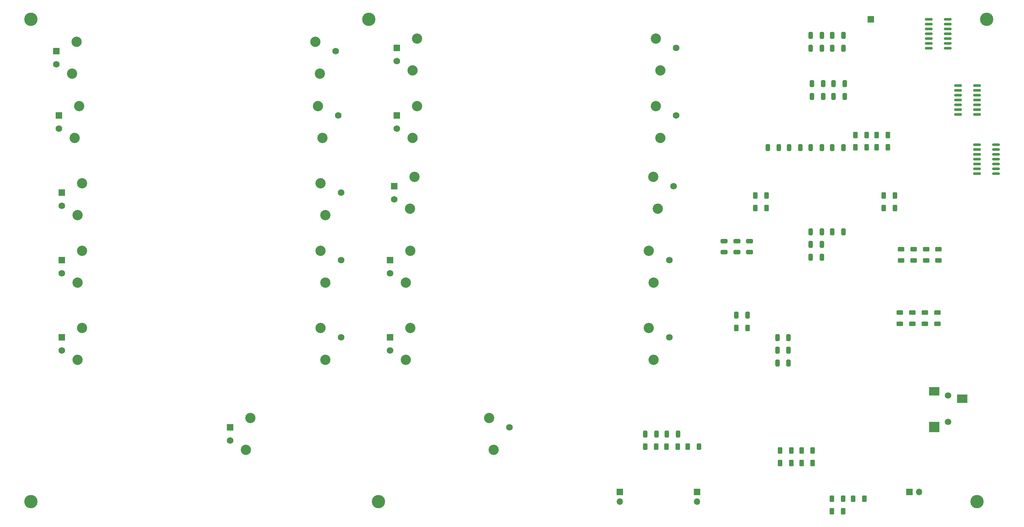
<source format=gbr>
%TF.GenerationSoftware,KiCad,Pcbnew,7.0.6*%
%TF.CreationDate,2023-07-25T22:23:12+05:30*%
%TF.ProjectId,class2_assignment,636c6173-7332-45f6-9173-7369676e6d65,rev?*%
%TF.SameCoordinates,Original*%
%TF.FileFunction,Soldermask,Top*%
%TF.FilePolarity,Negative*%
%FSLAX46Y46*%
G04 Gerber Fmt 4.6, Leading zero omitted, Abs format (unit mm)*
G04 Created by KiCad (PCBNEW 7.0.6) date 2023-07-25 22:23:12*
%MOMM*%
%LPD*%
G01*
G04 APERTURE LIST*
G04 Aperture macros list*
%AMRoundRect*
0 Rectangle with rounded corners*
0 $1 Rounding radius*
0 $2 $3 $4 $5 $6 $7 $8 $9 X,Y pos of 4 corners*
0 Add a 4 corners polygon primitive as box body*
4,1,4,$2,$3,$4,$5,$6,$7,$8,$9,$2,$3,0*
0 Add four circle primitives for the rounded corners*
1,1,$1+$1,$2,$3*
1,1,$1+$1,$4,$5*
1,1,$1+$1,$6,$7*
1,1,$1+$1,$8,$9*
0 Add four rect primitives between the rounded corners*
20,1,$1+$1,$2,$3,$4,$5,0*
20,1,$1+$1,$4,$5,$6,$7,0*
20,1,$1+$1,$6,$7,$8,$9,0*
20,1,$1+$1,$8,$9,$2,$3,0*%
G04 Aperture macros list end*
%ADD10R,1.700000X1.700000*%
%ADD11O,1.700000X1.700000*%
%ADD12R,1.750000X1.750000*%
%ADD13C,1.750000*%
%ADD14C,2.700000*%
%ADD15C,3.500000*%
%ADD16RoundRect,0.150000X-0.825000X-0.150000X0.825000X-0.150000X0.825000X0.150000X-0.825000X0.150000X0*%
%ADD17C,1.700000*%
%ADD18R,2.800000X2.200000*%
%ADD19R,2.800000X2.800000*%
%ADD20RoundRect,0.250000X-0.650000X0.325000X-0.650000X-0.325000X0.650000X-0.325000X0.650000X0.325000X0*%
%ADD21RoundRect,0.250000X-0.312500X-0.625000X0.312500X-0.625000X0.312500X0.625000X-0.312500X0.625000X0*%
%ADD22RoundRect,0.250000X-0.325000X-0.650000X0.325000X-0.650000X0.325000X0.650000X-0.325000X0.650000X0*%
%ADD23RoundRect,0.250000X-0.625000X0.312500X-0.625000X-0.312500X0.625000X-0.312500X0.625000X0.312500X0*%
%ADD24RoundRect,0.250000X0.325000X0.650000X-0.325000X0.650000X-0.325000X-0.650000X0.325000X-0.650000X0*%
G04 APERTURE END LIST*
D10*
%TO.C,J4*%
X177800000Y-147320000D03*
D11*
X177800000Y-149860000D03*
%TD*%
D10*
%TO.C,J3*%
X254000000Y-147320000D03*
D11*
X256540000Y-147320000D03*
%TD*%
D12*
%TO.C,RV10*%
X117270000Y-106590000D03*
D13*
X117270000Y-110090000D03*
X190770000Y-106590000D03*
D14*
X121420000Y-112540000D03*
X122620000Y-104140000D03*
X185420000Y-104140000D03*
X186620000Y-112540000D03*
%TD*%
D12*
%TO.C,RV6*%
X30910000Y-68490000D03*
D13*
X30910000Y-71990000D03*
X104410000Y-68490000D03*
D14*
X35060000Y-74440000D03*
X36260000Y-66040000D03*
X99060000Y-66040000D03*
X100260000Y-74440000D03*
%TD*%
D15*
%TO.C,H1*%
X111760000Y-22860000D03*
%TD*%
D12*
%TO.C,RV3*%
X119110000Y-48170000D03*
D13*
X119110000Y-51670000D03*
X192610000Y-48170000D03*
D14*
X123260000Y-54120000D03*
X124460000Y-45720000D03*
X187260000Y-45720000D03*
X188460000Y-54120000D03*
%TD*%
D16*
%TO.C,U3*%
X271780000Y-55880000D03*
X271780000Y-57150000D03*
X271780000Y-58420000D03*
X271780000Y-59690000D03*
X271780000Y-60960000D03*
X271780000Y-62230000D03*
X271780000Y-63500000D03*
X276730000Y-63500000D03*
X276730000Y-62230000D03*
X276730000Y-60960000D03*
X276730000Y-59690000D03*
X276730000Y-58420000D03*
X276730000Y-57150000D03*
X276730000Y-55880000D03*
%TD*%
D12*
%TO.C,RV4*%
X118420000Y-66830000D03*
D13*
X118420000Y-70330000D03*
X191920000Y-66830000D03*
D14*
X122570000Y-72780000D03*
X123770000Y-64380000D03*
X186570000Y-64380000D03*
X187770000Y-72780000D03*
%TD*%
D15*
%TO.C,H3*%
X22860000Y-149860000D03*
%TD*%
D12*
%TO.C,RV9*%
X117270000Y-86270000D03*
D13*
X117270000Y-89770000D03*
X190770000Y-86270000D03*
D14*
X121420000Y-92220000D03*
X122620000Y-83820000D03*
X185420000Y-83820000D03*
X186620000Y-92220000D03*
%TD*%
D12*
%TO.C,RV5*%
X119110000Y-30390000D03*
D13*
X119110000Y-33890000D03*
X192610000Y-30390000D03*
D14*
X123260000Y-36340000D03*
X124460000Y-27940000D03*
X187260000Y-27940000D03*
X188460000Y-36340000D03*
%TD*%
D12*
%TO.C,RV7*%
X30910000Y-86270000D03*
D13*
X30910000Y-89770000D03*
X104410000Y-86270000D03*
D14*
X35060000Y-92220000D03*
X36260000Y-83820000D03*
X99060000Y-83820000D03*
X100260000Y-92220000D03*
%TD*%
D12*
%TO.C,RV2*%
X30210000Y-48170000D03*
D13*
X30210000Y-51670000D03*
X103710000Y-48170000D03*
D14*
X34360000Y-54120000D03*
X35560000Y-45720000D03*
X98360000Y-45720000D03*
X99560000Y-54120000D03*
%TD*%
D16*
%TO.C,U1*%
X259080000Y-22860000D03*
X259080000Y-24130000D03*
X259080000Y-25400000D03*
X259080000Y-26670000D03*
X259080000Y-27940000D03*
X259080000Y-29210000D03*
X259080000Y-30480000D03*
X264030000Y-30480000D03*
X264030000Y-29210000D03*
X264030000Y-27940000D03*
X264030000Y-26670000D03*
X264030000Y-25400000D03*
X264030000Y-24130000D03*
X264030000Y-22860000D03*
%TD*%
D10*
%TO.C,J1*%
X243840000Y-22860000D03*
%TD*%
D12*
%TO.C,RV8*%
X30910000Y-106590000D03*
D13*
X30910000Y-110090000D03*
X104410000Y-106590000D03*
D14*
X35060000Y-112540000D03*
X36260000Y-104140000D03*
X99060000Y-104140000D03*
X100260000Y-112540000D03*
%TD*%
D10*
%TO.C,J5*%
X198120000Y-147320000D03*
D11*
X198120000Y-149860000D03*
%TD*%
D15*
%TO.C,H6*%
X271780000Y-149860000D03*
%TD*%
D12*
%TO.C,RV11*%
X75240000Y-130330000D03*
D13*
X75240000Y-133830000D03*
X148740000Y-130330000D03*
D14*
X79390000Y-136280000D03*
X80590000Y-127880000D03*
X143390000Y-127880000D03*
X144590000Y-136280000D03*
%TD*%
D15*
%TO.C,H2*%
X114300000Y-149860000D03*
%TD*%
D17*
%TO.C,J2*%
X264160000Y-121920000D03*
X264160000Y-128920000D03*
D18*
X267860000Y-122820000D03*
X260460000Y-120820000D03*
D19*
X260460000Y-130220000D03*
%TD*%
D15*
%TO.C,H4*%
X22860000Y-22860000D03*
%TD*%
D12*
%TO.C,RV1*%
X29520000Y-31270000D03*
D13*
X29520000Y-34770000D03*
X103020000Y-31270000D03*
D14*
X33670000Y-37220000D03*
X34870000Y-28820000D03*
X97670000Y-28820000D03*
X98870000Y-37220000D03*
%TD*%
D16*
%TO.C,U2*%
X266765000Y-40300000D03*
X266765000Y-41570000D03*
X266765000Y-42840000D03*
X266765000Y-44110000D03*
X266765000Y-45380000D03*
X266765000Y-46650000D03*
X266765000Y-47920000D03*
X271715000Y-47920000D03*
X271715000Y-46650000D03*
X271715000Y-45380000D03*
X271715000Y-44110000D03*
X271715000Y-42840000D03*
X271715000Y-41570000D03*
X271715000Y-40300000D03*
%TD*%
D15*
%TO.C,H5*%
X274320000Y-22860000D03*
%TD*%
D20*
%TO.C,C4*%
X211898800Y-81280000D03*
X211898800Y-84230000D03*
%TD*%
D21*
%TO.C,R26*%
X213439300Y-72620000D03*
X216364300Y-72620000D03*
%TD*%
D22*
%TO.C,C20*%
X227978800Y-85550000D03*
X230928800Y-85550000D03*
%TD*%
%TO.C,C9*%
X233963800Y-43180000D03*
X236913800Y-43180000D03*
%TD*%
%TO.C,C25*%
X233628800Y-78850000D03*
X236578800Y-78850000D03*
%TD*%
D21*
%TO.C,R17*%
X239749200Y-56630000D03*
X242674200Y-56630000D03*
%TD*%
D23*
%TO.C,R5*%
X251750000Y-83435000D03*
X251750000Y-86360000D03*
%TD*%
D20*
%TO.C,C6*%
X205198800Y-81280000D03*
X205198800Y-84230000D03*
%TD*%
D21*
%TO.C,R22*%
X195652500Y-135400000D03*
X198577500Y-135400000D03*
%TD*%
D22*
%TO.C,C2*%
X228313800Y-43180000D03*
X231263800Y-43180000D03*
%TD*%
D23*
%TO.C,R4*%
X255040000Y-83435000D03*
X255040000Y-86360000D03*
%TD*%
D22*
%TO.C,C14*%
X184480000Y-132080000D03*
X187430000Y-132080000D03*
%TD*%
%TO.C,C1*%
X228313800Y-39830000D03*
X231263800Y-39830000D03*
%TD*%
D21*
%TO.C,R7*%
X219958900Y-139700000D03*
X222883900Y-139700000D03*
%TD*%
%TO.C,R1*%
X208408800Y-104140000D03*
X211333800Y-104140000D03*
%TD*%
%TO.C,R18*%
X247224200Y-69330000D03*
X250149200Y-69330000D03*
%TD*%
%TO.C,R25*%
X213439300Y-69330000D03*
X216364300Y-69330000D03*
%TD*%
D22*
%TO.C,C19*%
X227978800Y-82200000D03*
X230928800Y-82200000D03*
%TD*%
D21*
%TO.C,R13*%
X225568900Y-136410000D03*
X228493900Y-136410000D03*
%TD*%
%TO.C,R8*%
X184432500Y-135400000D03*
X187357500Y-135400000D03*
%TD*%
D22*
%TO.C,C7*%
X208416300Y-100820000D03*
X211366300Y-100820000D03*
%TD*%
D24*
%TO.C,C11*%
X222168800Y-113380000D03*
X219218800Y-113380000D03*
%TD*%
D21*
%TO.C,R27*%
X239183900Y-149110000D03*
X242108900Y-149110000D03*
%TD*%
D24*
%TO.C,C13*%
X222168800Y-106680000D03*
X219218800Y-106680000D03*
%TD*%
D22*
%TO.C,C8*%
X233963800Y-39830000D03*
X236913800Y-39830000D03*
%TD*%
D23*
%TO.C,R10*%
X258040000Y-100137500D03*
X258040000Y-103062500D03*
%TD*%
D22*
%TO.C,C23*%
X233628800Y-30480000D03*
X236578800Y-30480000D03*
%TD*%
D21*
%TO.C,R6*%
X219958900Y-136410000D03*
X222883900Y-136410000D03*
%TD*%
D23*
%TO.C,R12*%
X251460000Y-100137500D03*
X251460000Y-103062500D03*
%TD*%
D21*
%TO.C,R20*%
X233573900Y-149110000D03*
X236498900Y-149110000D03*
%TD*%
D22*
%TO.C,C21*%
X190130000Y-132080000D03*
X193080000Y-132080000D03*
%TD*%
D21*
%TO.C,R23*%
X245359200Y-53340000D03*
X248284200Y-53340000D03*
%TD*%
D23*
%TO.C,R9*%
X261330000Y-100137500D03*
X261330000Y-103062500D03*
%TD*%
D21*
%TO.C,R14*%
X225568900Y-139700000D03*
X228493900Y-139700000D03*
%TD*%
D22*
%TO.C,C17*%
X227978800Y-56690000D03*
X230928800Y-56690000D03*
%TD*%
D21*
%TO.C,R15*%
X190042500Y-135400000D03*
X192967500Y-135400000D03*
%TD*%
%TO.C,R16*%
X239749200Y-53340000D03*
X242674200Y-53340000D03*
%TD*%
D22*
%TO.C,C15*%
X227978800Y-27130000D03*
X230928800Y-27130000D03*
%TD*%
D23*
%TO.C,R11*%
X254750000Y-100137500D03*
X254750000Y-103062500D03*
%TD*%
D20*
%TO.C,C5*%
X208548800Y-81280000D03*
X208548800Y-84230000D03*
%TD*%
D21*
%TO.C,R21*%
X233573900Y-152400000D03*
X236498900Y-152400000D03*
%TD*%
D23*
%TO.C,R2*%
X261620000Y-83435000D03*
X261620000Y-86360000D03*
%TD*%
D21*
%TO.C,R24*%
X245359200Y-56630000D03*
X248284200Y-56630000D03*
%TD*%
D22*
%TO.C,C22*%
X233628800Y-27130000D03*
X236578800Y-27130000D03*
%TD*%
%TO.C,C16*%
X227978800Y-30480000D03*
X230928800Y-30480000D03*
%TD*%
D24*
%TO.C,C12*%
X222168800Y-110030000D03*
X219218800Y-110030000D03*
%TD*%
D21*
%TO.C,R19*%
X247224200Y-72620000D03*
X250149200Y-72620000D03*
%TD*%
D22*
%TO.C,C18*%
X227978800Y-78850000D03*
X230928800Y-78850000D03*
%TD*%
%TO.C,C10*%
X222328800Y-56690000D03*
X225278800Y-56690000D03*
%TD*%
%TO.C,C24*%
X233628800Y-56690000D03*
X236578800Y-56690000D03*
%TD*%
%TO.C,C3*%
X216678800Y-56690000D03*
X219628800Y-56690000D03*
%TD*%
D23*
%TO.C,R3*%
X258330000Y-83435000D03*
X258330000Y-86360000D03*
%TD*%
M02*

</source>
